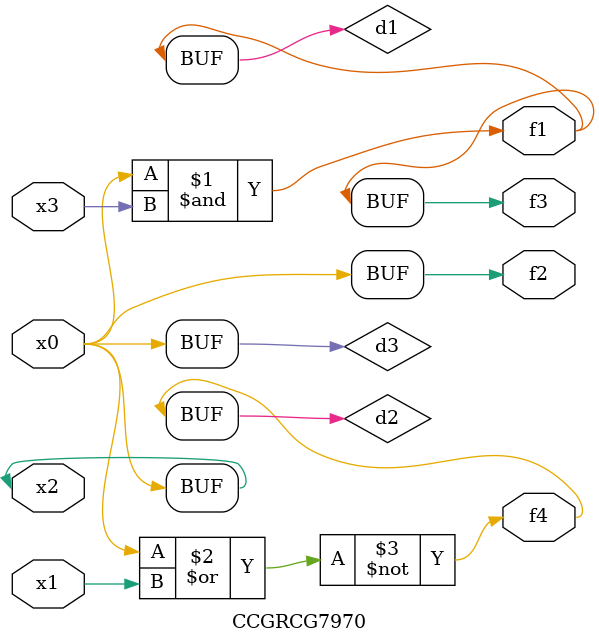
<source format=v>
module CCGRCG7970(
	input x0, x1, x2, x3,
	output f1, f2, f3, f4
);

	wire d1, d2, d3;

	and (d1, x2, x3);
	nor (d2, x0, x1);
	buf (d3, x0, x2);
	assign f1 = d1;
	assign f2 = d3;
	assign f3 = d1;
	assign f4 = d2;
endmodule

</source>
